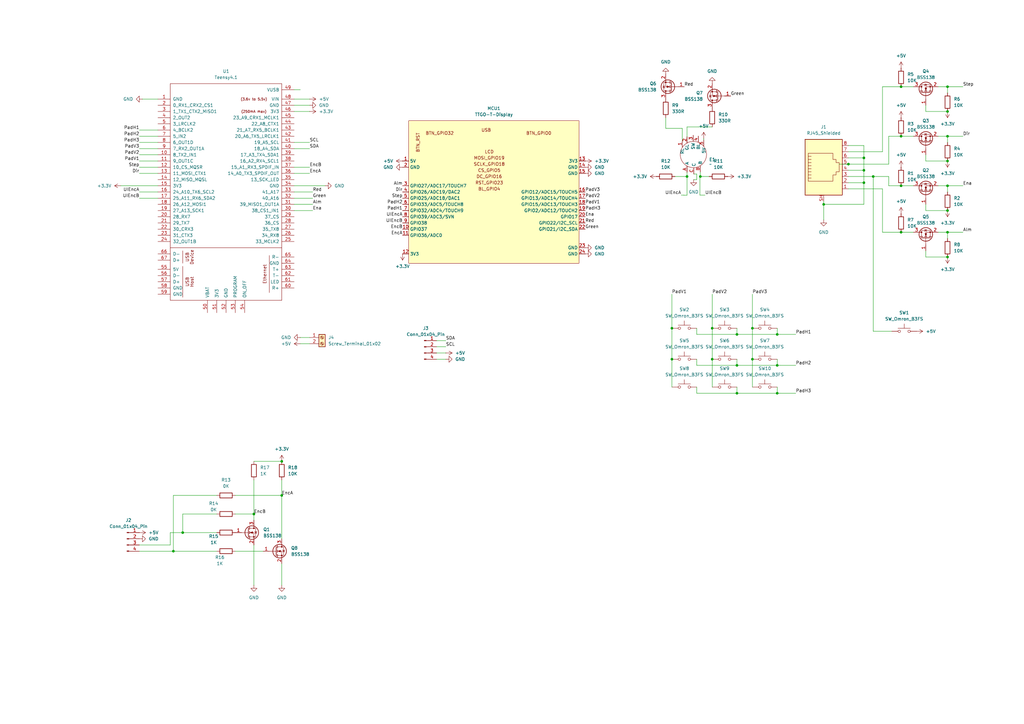
<source format=kicad_sch>
(kicad_sch (version 20231120) (generator "eeschema") (generator_version "8.0")
  (paper "A3")
  (lib_symbols
    (symbol "Connector:Conn_01x04_Pin" (pin_names (offset 1.016) hide)
      (property "Reference" "J" (at 0 5.08 0))
      (property "Value" "Conn_01x04_Pin" (at 0 -7.62 0))
      (symbol "Conn_01x04_Pin_1_1"
        (pin passive line (at 5.08 2.54 180) (length 3.81) (name "Pin_1") (number "1"))
        (pin passive line (at 5.08 0 180) (length 3.81) (name "Pin_2") (number "2"))
        (pin passive line (at 5.08 -2.54 180) (length 3.81) (name "Pin_3") (number "3"))
        (pin passive line (at 5.08 -5.08 180) (length 3.81) (name "Pin_4") (number "4"))
      )
    )
    (symbol "Connector:RJ45_Shielded" (pin_names (offset 1.016))
      (property "Reference" "J" (at -5.08 13.97 0))
      (property "Value" "RJ45_Shielded" (at 2.54 13.97 0))
      (symbol "RJ45_Shielded_1_1"
        (pin passive line (at 10.16 -7.62 180) (length 2.54) (name "~") (number "1"))
        (pin passive line (at 10.16 -5.08 180) (length 2.54) (name "~") (number "2"))
        (pin passive line (at 10.16 -2.54 180) (length 2.54) (name "~") (number "3"))
        (pin passive line (at 10.16 0 180) (length 2.54) (name "~") (number "4"))
        (pin passive line (at 10.16 2.54 180) (length 2.54) (name "~") (number "5"))
        (pin passive line (at 10.16 5.08 180) (length 2.54) (name "~") (number "6"))
        (pin passive line (at 10.16 7.62 180) (length 2.54) (name "~") (number "7"))
        (pin passive line (at 10.16 10.16 180) (length 2.54) (name "~") (number "8"))
        (pin passive line (at 0 -12.7 90) (length 2.54) (name "~") (number "SH"))
      )
    )
    (symbol "Connector:Screw_Terminal_01x02" (pin_names (offset 1.016) hide)
      (property "Reference" "J" (at 0 2.54 0))
      (property "Value" "Screw_Terminal_01x02" (at 0 -5.08 0))
      (symbol "Screw_Terminal_01x02_1_1"
        (pin passive line (at -5.08 0 0) (length 3.81) (name "Pin_1") (number "1"))
        (pin passive line (at -5.08 -2.54 0) (length 3.81) (name "Pin_2") (number "2"))
      )
    )
    (symbol "Device:R" (pin_numbers hide) (pin_names (offset 0))
      (property "Reference" "R" (at 2.032 0 90))
      (property "Value" "R" (at 0 0 90))
      (symbol "R_1_1"
        (pin passive line (at 0 3.81 270) (length 1.27) (name "~") (number "1"))
        (pin passive line (at 0 -3.81 90) (length 1.27) (name "~") (number "2"))
      )
    )
    (symbol "RotaryEncoder:LED-EC12"
      (property "Reference" "E" (at 5.7594 -3.9264 0))
      (symbol "LED-EC12_1_1"
        (pin passive line (at -4.6276 5.7676 270) (length 2.54) (name "RL") (number "1"))
        (pin passive line (at -2.7026 7.3776 270) (length 2.54) (name "GL") (number "2"))
        (pin passive line (at -0.1826 8.0427 270) (length 2.54) (name "SW") (number "3"))
        (pin passive line (at 1.9523 7.6927 270) (length 2.54) (name "BL") (number "4"))
        (pin power_in line (at 4.1923 6.0826 270) (length 2.54) (name "5V") (number "5"))
        (pin passive line (at -2.7004 -7.1672 90) (length 2.54) (name "A") (number "A"))
        (pin passive line (at 2.7595 -7.0272 90) (length 2.54) (name "B") (number "B"))
        (pin passive line (at 0.0996 -7.8672 90) (length 2.54) (name "C") (number "C"))
      )
    )
    (symbol "Switch:SW_Omron_B3FS" (pin_numbers hide) (pin_names (offset 1.016) hide)
      (property "Reference" "SW" (at 1.27 2.54 0))
      (property "Value" "SW_Omron_B3FS" (at 0 -1.524 0))
      (symbol "SW_Omron_B3FS_0_1"
        (pin passive line (at -5.08 0 0) (length 2.54) (name "1") (number "1"))
        (pin passive line (at 5.08 0 180) (length 2.54) (name "2") (number "2"))
      )
    )
    (symbol "TTGO_T_Display:TTGO-T-Display"
      (property "Reference" "MCU" (at 0 0 0))
      (property "Value" "TTGO-T-Display" (at 0 2.54 0))
      (symbol "TTGO-T-Display_0_0"
        (text "BL_GPIO4" (at 1.27 -30.48 0) (effects (font (size 1.27 1.27))))
        (text "BTN_GPIO0" (at 21.59 -7.62 0) (effects (font (size 1.27 1.27))))
        (text "BTN_GPIO32" (at -19.05 -7.62 0) (effects (font (size 1.27 1.27))))
        (text "BTN_RST" (at -27.94 -11.43 900) (effects (font (size 1.27 1.27))))
        (text "CS_GPIO5" (at 1.27 -22.86 0) (effects (font (size 1.27 1.27))))
        (text "DC_GPIO16" (at 1.27 -25.4 0) (effects (font (size 1.27 1.27))))
        (text "LCD" (at 1.27 -15.24 0) (effects (font (size 1.27 1.27))))
        (text "MOSI_GPIO19" (at 1.27 -17.78 0) (effects (font (size 1.27 1.27))))
        (text "RST_GPIO23" (at 1.27 -27.94 0) (effects (font (size 1.27 1.27))))
        (text "SCLK_GPIO18" (at 1.27 -20.32 0) (effects (font (size 1.27 1.27))))
        (text "USB" (at 0 -6.35 0) (effects (font (size 1.27 1.27))))
      )
      (symbol "TTGO-T-Display_1_1"
        (pin power_in line (at -34.29 -19.05 0) (length 2.54) (name "5V") (number "1"))
        (pin bidirectional line (at -34.29 -46.99 0) (length 2.54) (name "GPIO37") (number "10"))
        (pin bidirectional line (at -34.29 -49.53 0) (length 2.54) (name "GPIO36/ADC0") (number "11"))
        (pin power_in line (at -34.29 -57.15 0) (length 2.54) (name "3V3") (number "12"))
        (pin power_in line (at 40.64 -19.05 180) (length 2.54) (name "3V3") (number "13"))
        (pin power_in line (at 40.64 -21.59 180) (length 2.54) (name "GND") (number "14"))
        (pin power_in line (at 40.64 -24.13 180) (length 2.54) (name "GND") (number "15"))
        (pin bidirectional line (at 40.64 -31.75 180) (length 2.54) (name "GPIO12/ADC15/TOUCH5") (number "16"))
        (pin bidirectional line (at 40.64 -34.29 180) (length 2.54) (name "GPIO13/ADC14/TOUCH4") (number "17"))
        (pin bidirectional line (at 40.64 -36.83 180) (length 2.54) (name "GPIO15/ADC13/TOUCH3") (number "18"))
        (pin bidirectional line (at 40.64 -39.37 180) (length 2.54) (name "GPIO2/ADC12/TOUCH2") (number "19"))
        (pin power_in line (at -34.29 -21.59 0) (length 2.54) (name "GND") (number "2"))
        (pin bidirectional line (at 40.64 -41.91 180) (length 2.54) (name "GPIO17") (number "20"))
        (pin bidirectional line (at 40.64 -44.45 180) (length 2.54) (name "GPIO22/I2C_SCL") (number "21"))
        (pin bidirectional line (at 40.64 -46.99 180) (length 2.54) (name "GPIO21/I2C_SDA") (number "22"))
        (pin power_in line (at 40.64 -54.61 180) (length 2.54) (name "GND") (number "23"))
        (pin power_in line (at 40.64 -57.15 180) (length 2.54) (name "GND") (number "24"))
        (pin bidirectional line (at -34.29 -29.21 0) (length 2.54) (name "GPIO27/ADC17/TOUCH7") (number "3"))
        (pin bidirectional line (at -34.29 -31.75 0) (length 2.54) (name "GPIO26/ADC19/DAC2") (number "4"))
        (pin bidirectional line (at -34.29 -34.29 0) (length 2.54) (name "GPIO25/ADC18/DAC1") (number "5"))
        (pin bidirectional line (at -34.29 -36.83 0) (length 2.54) (name "GPIO33/ADC5/TOUCH8") (number "6"))
        (pin bidirectional line (at -34.29 -39.37 0) (length 2.54) (name "GPIO32/ADC4/TOUCH9") (number "7"))
        (pin bidirectional line (at -34.29 -41.91 0) (length 2.54) (name "GPIO39/ADC3/SVN") (number "8"))
        (pin bidirectional line (at -34.29 -44.45 0) (length 2.54) (name "GPIO38") (number "9"))
      )
    )
    (symbol "Transistor_FET:BSS138" (pin_names hide)
      (property "Reference" "Q" (at 5.08 1.905 0))
      (property "Value" "BSS138" (at 5.08 0 0))
      (symbol "BSS138_1_1"
        (pin input line (at -5.08 0 0) (length 2.54) (name "G") (number "1"))
        (pin passive line (at 2.54 -5.08 90) (length 2.54) (name "S") (number "2"))
        (pin passive line (at 2.54 5.08 270) (length 2.54) (name "D") (number "3"))
      )
    )
    (symbol "power:+3.3V" (power) (pin_numbers hide) (pin_names (offset 0) hide)
      (property "Value" "+3.3V" (at 0 3.556 0))
      (symbol "+3.3V_1_1"
        (pin power_in line (at 0 0 90) (length 0) (name "~") (number "1"))
      )
    )
    (symbol "power:+5V" (power) (pin_numbers hide) (pin_names (offset 0) hide)
      (property "Value" "+5V" (at 0 3.556 0))
      (symbol "+5V_1_1"
        (pin power_in line (at 0 0 90) (length 0) (name "~") (number "1"))
      )
    )
    (symbol "power:GND" (power) (pin_numbers hide) (pin_names (offset 0) hide)
      (property "Value" "GND" (at 0 -3.81 0))
      (symbol "GND_1_1"
        (pin power_in line (at 0 0 270) (length 0) (name "~") (number "1"))
      )
    )
    (symbol "teensy:Teensy4.1" (pin_names (offset 1.016))
      (property "Reference" "U" (at 0 64.77 0))
      (property "Value" "Teensy4.1" (at 0 62.23 0))
      (symbol "Teensy4.1_0_0"
        (text "(250mA max)" (at 11.43 49.53 0) (effects (font (size 1.016 1.016))))
        (text "(3.6v to 5.5v)" (at 11.43 54.61 0) (effects (font (size 1.016 1.016))))
        (text "Device" (at -13.97 -10.16 900) (effects (font (size 1.27 1.27))))
        (text "Ethernet" (at 15.875 -17.145 900) (effects (font (size 1.27 1.27))))
        (text "Host" (at -13.97 -20.32 900) (effects (font (size 1.27 1.27))))
        (text "USB" (at -15.875 -20.32 900) (effects (font (size 1.27 1.27))))
        (text "USB" (at -15.875 -10.16 900) (effects (font (size 1.27 1.27))))
        (pin bidirectional line (at -27.94 31.75 0) (length 5.08) (name "8_TX2_IN1") (number "10"))
        (pin bidirectional line (at -27.94 29.21 0) (length 5.08) (name "9_OUT1C") (number "11"))
        (pin bidirectional line (at -27.94 26.67 0) (length 5.08) (name "10_CS_MQSR") (number "12"))
        (pin bidirectional line (at -27.94 24.13 0) (length 5.08) (name "11_MOSI_CTX1") (number "13"))
        (pin bidirectional line (at -27.94 21.59 0) (length 5.08) (name "12_MISO_MQSL") (number "14"))
        (pin power_in line (at -27.94 19.05 0) (length 5.08) (name "3V3") (number "15"))
        (pin bidirectional line (at -27.94 16.51 0) (length 5.08) (name "24_A10_TX6_SCL2") (number "16"))
        (pin bidirectional line (at -27.94 13.97 0) (length 5.08) (name "25_A11_RX6_SDA2") (number "17"))
        (pin bidirectional line (at -27.94 11.43 0) (length 5.08) (name "26_A12_MOSI1") (number "18"))
        (pin bidirectional line (at -27.94 8.89 0) (length 5.08) (name "27_A13_SCK1") (number "19"))
        (pin bidirectional line (at -27.94 6.35 0) (length 5.08) (name "28_RX7") (number "20"))
        (pin bidirectional line (at -27.94 3.81 0) (length 5.08) (name "29_TX7") (number "21"))
        (pin bidirectional line (at -27.94 1.27 0) (length 5.08) (name "30_CRX3") (number "22"))
        (pin bidirectional line (at -27.94 -1.27 0) (length 5.08) (name "31_CTX3") (number "23"))
        (pin bidirectional line (at -27.94 -3.81 0) (length 5.08) (name "32_OUT1B") (number "24"))
        (pin bidirectional line (at 27.94 -3.81 180) (length 5.08) (name "33_MCLK2") (number "25"))
        (pin bidirectional line (at 27.94 -1.27 180) (length 5.08) (name "34_RX8") (number "26"))
        (pin bidirectional line (at 27.94 1.27 180) (length 5.08) (name "35_TX8") (number "27"))
        (pin bidirectional line (at 27.94 3.81 180) (length 5.08) (name "36_CS") (number "28"))
        (pin bidirectional line (at 27.94 6.35 180) (length 5.08) (name "37_CS") (number "29"))
        (pin bidirectional line (at 27.94 8.89 180) (length 5.08) (name "38_CS1_IN1") (number "30"))
        (pin bidirectional line (at 27.94 11.43 180) (length 5.08) (name "39_MISO1_OUT1A") (number "31"))
        (pin bidirectional line (at 27.94 13.97 180) (length 5.08) (name "40_A16") (number "32"))
        (pin bidirectional line (at 27.94 16.51 180) (length 5.08) (name "41_A17") (number "33"))
        (pin bidirectional line (at 27.94 21.59 180) (length 5.08) (name "13_SCK_LED") (number "35"))
        (pin bidirectional line (at 27.94 24.13 180) (length 5.08) (name "14_A0_TX3_SPDIF_OUT") (number "36"))
        (pin bidirectional line (at 27.94 26.67 180) (length 5.08) (name "15_A1_RX3_SPDIF_IN") (number "37"))
        (pin bidirectional line (at 27.94 29.21 180) (length 5.08) (name "16_A2_RX4_SCL1") (number "38"))
        (pin bidirectional line (at 27.94 31.75 180) (length 5.08) (name "17_A3_TX4_SDA1") (number "39"))
        (pin bidirectional line (at 27.94 34.29 180) (length 5.08) (name "18_A4_SDA") (number "40"))
        (pin bidirectional line (at 27.94 36.83 180) (length 5.08) (name "19_A5_SCL") (number "41"))
        (pin bidirectional line (at 27.94 39.37 180) (length 5.08) (name "20_A6_TX5_LRCLK1") (number "42"))
        (pin bidirectional line (at 27.94 41.91 180) (length 5.08) (name "21_A7_RX5_BCLK1") (number "43"))
        (pin bidirectional line (at 27.94 44.45 180) (length 5.08) (name "22_A8_CTX1") (number "44"))
        (pin bidirectional line (at 27.94 46.99 180) (length 5.08) (name "23_A9_CRX1_MCLK1") (number "45"))
        (pin output line (at 27.94 49.53 180) (length 5.08) (name "3V3") (number "46"))
        (pin output line (at 27.94 52.07 180) (length 5.08) (name "GND") (number "47"))
        (pin power_in line (at 27.94 54.61 180) (length 5.08) (name "VIN") (number "48"))
        (pin power_out line (at 27.94 58.42 180) (length 5.08) (name "VUSB") (number "49"))
        (pin bidirectional line (at -27.94 44.45 0) (length 5.08) (name "3_LRCLK2") (number "5"))
        (pin power_in line (at -7.62 -33.02 90) (length 5.08) (name "VBAT") (number "50"))
        (pin power_in line (at -3.81 -33.02 90) (length 5.08) (name "3V3") (number "51"))
        (pin input line (at 0 -33.02 90) (length 5.08) (name "GND") (number "52"))
        (pin input line (at 3.81 -33.02 90) (length 5.08) (name "PROGRAM") (number "53"))
        (pin input line (at 7.62 -33.02 90) (length 5.08) (name "ON_OFF") (number "54"))
        (pin power_out line (at -27.94 -15.24 0) (length 5.08) (name "5V") (number "55"))
        (pin bidirectional line (at -27.94 -17.78 0) (length 5.08) (name "D-") (number "56"))
        (pin bidirectional line (at -27.94 -20.32 0) (length 5.08) (name "D+") (number "57"))
        (pin power_in line (at -27.94 -22.86 0) (length 5.08) (name "GND") (number "58"))
        (pin power_in line (at -27.94 -25.4 0) (length 5.08) (name "GND") (number "59"))
        (pin bidirectional line (at -27.94 41.91 0) (length 5.08) (name "4_BCLK2") (number "6"))
        (pin bidirectional line (at 27.94 -22.86 180) (length 5.08) (name "R+") (number "60"))
        (pin bidirectional line (at 27.94 -20.32 180) (length 5.08) (name "LED") (number "61"))
        (pin bidirectional line (at 27.94 -17.78 180) (length 5.08) (name "T-") (number "62"))
        (pin bidirectional line (at 27.94 -15.24 180) (length 5.08) (name "T+") (number "63"))
        (pin power_in line (at 27.94 -12.7 180) (length 5.08) (name "GND") (number "64"))
        (pin bidirectional line (at 27.94 -10.16 180) (length 5.08) (name "R-") (number "65"))
        (pin bidirectional line (at -27.94 -8.89 0) (length 5.08) (name "D-") (number "66"))
        (pin bidirectional line (at -27.94 -11.43 0) (length 5.08) (name "D+") (number "67"))
        (pin bidirectional line (at -27.94 39.37 0) (length 5.08) (name "5_IN2") (number "7"))
        (pin bidirectional line (at -27.94 36.83 0) (length 5.08) (name "6_OUT1D") (number "8"))
        (pin bidirectional line (at -27.94 34.29 0) (length 5.08) (name "7_RX2_OUT1A") (number "9"))
      )
      (symbol "Teensy4.1_1_1"
        (pin power_in line (at -27.94 54.61 0) (length 5.08) (name "GND") (number "1"))
        (pin bidirectional line (at -27.94 52.07 0) (length 5.08) (name "0_RX1_CRX2_CS1") (number "2"))
        (pin bidirectional line (at -27.94 49.53 0) (length 5.08) (name "1_TX1_CTX2_MISO1") (number "3"))
        (pin power_in line (at 27.94 19.05 180) (length 5.08) (name "GND") (number "34"))
        (pin bidirectional line (at -27.94 46.99 0) (length 5.08) (name "2_OUT2") (number "4"))
      )
    )
  )
  (junction (at 337.82 83.82))
  (junction (at 115.57 203.2))
  (junction (at 281.7796 72.39))
  (junction (at 292.1 134.62))
  (junction (at 275.59 134.62))
  (junction (at 308.61 134.62))
  (junction (at 354.33 74.93))
  (junction (at 302.26 161.29))
  (junction (at 275.59 147.32))
  (junction (at 318.77 161.29))
  (junction (at 369.57 76.2))
  (junction (at 388.62 66.04))
  (junction (at 347.98 67.31))
  (junction (at 115.57 189.23))
  (junction (at 302.26 137.16))
  (junction (at 308.61 147.32))
  (junction (at 287.2395 72.39))
  (junction (at 354.33 69.85))
  (junction (at 71.12 226.06))
  (junction (at 388.62 55.88))
  (junction (at 388.62 95.25))
  (junction (at 369.57 35.56))
  (junction (at 318.77 137.16))
  (junction (at 358.14 72.39))
  (junction (at 318.77 149.86))
  (junction (at 292.1 147.32))
  (junction (at 74.93 218.44))
  (junction (at 369.57 55.88))
  (junction (at 388.62 76.2))
  (junction (at 104.14 210.82))
  (junction (at 388.62 35.56))
  (junction (at 302.26 149.86))
  (junction (at 388.62 86.36))
  (junction (at 354.33 64.77))
  (junction (at 388.62 45.72))
  (junction (at 388.62 105.41))
  (junction (at 369.57 95.25))
  (wire (pts (xy 128.27 83.82) (xy 120.65 83.82)))
  (wire (pts (xy 74.93 218.44) (xy 88.9 218.44)))
  (wire (pts (xy 302.26 137.16) (xy 318.77 137.16)))
  (wire (pts (xy 49.53 76.2) (xy 64.77 76.2)))
  (wire (pts (xy 279.8524 57.7324) (xy 279.8524 52.6628)))
  (wire (pts (xy 369.57 95.25) (xy 374.65 95.25)))
  (wire (pts (xy 354.33 83.82) (xy 337.82 83.82)))
  (wire (pts (xy 284.48 73.66) (xy 285.75 73.66)))
  (wire (pts (xy 369.57 35.56) (xy 374.65 35.56)))
  (wire (pts (xy 182.88 139.7) (xy 179.07 139.7)))
  (wire (pts (xy 318.77 149.86) (xy 326.39 149.86)))
  (wire (pts (xy 384.81 95.25) (xy 388.62 95.25)))
  (wire (pts (xy 275.59 134.62) (xy 275.59 147.32)))
  (wire (pts (xy 285.75 134.62) (xy 285.75 137.16)))
  (wire (pts (xy 318.77 137.16) (xy 326.39 137.16)))
  (wire (pts (xy 318.77 147.32) (xy 318.77 149.86)))
  (wire (pts (xy 127 45.72) (xy 120.65 45.72)))
  (wire (pts (xy 123.19 36.83) (xy 120.65 36.83)))
  (wire (pts (xy 57.15 60.96) (xy 64.77 60.96)))
  (wire (pts (xy 280.5096 80.0382) (xy 280.5096 80.01)))
  (wire (pts (xy 337.82 83.82) (xy 337.82 90.17)))
  (wire (pts (xy 182.88 147.32) (xy 179.07 147.32)))
  (wire (pts (xy 287.2395 70.5272) (xy 287.2395 72.39)))
  (wire (pts (xy 57.15 81.28) (xy 64.77 81.28)))
  (wire (pts (xy 127 60.96) (xy 120.65 60.96)))
  (wire (pts (xy 281.7774 52.07) (xy 281.7774 56.1224)))
  (wire (pts (xy 115.57 203.2) (xy 115.57 220.98)))
  (wire (pts (xy 57.15 71.12) (xy 64.77 71.12)))
  (wire (pts (xy 347.98 77.47) (xy 361.95 77.47)))
  (wire (pts (xy 281.7774 52.07) (xy 292.1 52.07)))
  (wire (pts (xy 364.49 67.31) (xy 364.49 55.88)))
  (wire (pts (xy 69.85 218.44) (xy 74.93 218.44)))
  (wire (pts (xy 388.62 55.88) (xy 394.97 55.88)))
  (wire (pts (xy 288.6108 57.4174) (xy 288.6723 57.4174)))
  (wire (pts (xy 123.19 138.43) (xy 127 138.43)))
  (wire (pts (xy 285.75 73.66) (xy 285.75 71.3672)))
  (wire (pts (xy 379.73 83.82) (xy 379.73 86.36)))
  (wire (pts (xy 354.33 69.85) (xy 354.33 74.93)))
  (wire (pts (xy 127 71.12) (xy 120.65 71.12)))
  (wire (pts (xy 115.57 231.14) (xy 115.57 240.03)))
  (wire (pts (xy 285.75 158.75) (xy 285.75 161.29)))
  (wire (pts (xy 288.6108 56.7881) (xy 288.6108 57.4174)))
  (wire (pts (xy 281.7796 80.0382) (xy 280.5096 80.0382)))
  (wire (pts (xy 285.75 149.86) (xy 302.26 149.86)))
  (wire (pts (xy 358.14 135.89) (xy 365.76 135.89)))
  (wire (pts (xy 388.62 78.74) (xy 388.62 76.2)))
  (wire (pts (xy 285.75 161.29) (xy 302.26 161.29)))
  (wire (pts (xy 57.15 78.74) (xy 64.77 78.74)))
  (wire (pts (xy 285.75 71.3672) (xy 284.5796 71.3672)))
  (wire (pts (xy 361.95 35.56) (xy 369.57 35.56)))
  (wire (pts (xy 74.93 210.82) (xy 88.9 210.82)))
  (wire (pts (xy 364.49 55.88) (xy 369.57 55.88)))
  (wire (pts (xy 347.98 59.69) (xy 354.33 59.69)))
  (wire (pts (xy 58.42 40.64) (xy 64.77 40.64)))
  (wire (pts (xy 115.57 196.85) (xy 115.57 203.2)))
  (wire (pts (xy 96.52 203.2) (xy 115.57 203.2)))
  (wire (pts (xy 281.7796 70.6672) (xy 281.7796 72.39)))
  (wire (pts (xy 358.14 72.39) (xy 364.49 72.39)))
  (wire (pts (xy 361.95 77.47) (xy 361.95 95.25)))
  (wire (pts (xy 302.26 134.62) (xy 302.26 137.16)))
  (wire (pts (xy 57.15 223.52) (xy 69.85 223.52)))
  (wire (pts (xy 318.77 161.29) (xy 326.39 161.29)))
  (wire (pts (xy 308.61 158.75) (xy 308.61 147.32)))
  (wire (pts (xy 127 40.64) (xy 120.65 40.64)))
  (wire (pts (xy 302.26 149.86) (xy 318.77 149.86)))
  (wire (pts (xy 384.81 55.88) (xy 388.62 55.88)))
  (wire (pts (xy 275.59 120.65) (xy 275.59 134.62)))
  (wire (pts (xy 379.73 63.5) (xy 379.73 66.04)))
  (wire (pts (xy 287.2395 72.39) (xy 290.83 72.39)))
  (wire (pts (xy 318.77 134.62) (xy 318.77 137.16)))
  (wire (pts (xy 292.1 147.32) (xy 292.1 158.75)))
  (wire (pts (xy 302.26 147.32) (xy 302.26 149.86)))
  (wire (pts (xy 337.82 83.82) (xy 337.82 82.55)))
  (wire (pts (xy 388.62 97.79) (xy 388.62 95.25)))
  (wire (pts (xy 379.73 45.72) (xy 388.62 45.72)))
  (wire (pts (xy 57.15 68.58) (xy 64.77 68.58)))
  (wire (pts (xy 308.61 147.32) (xy 308.61 134.62)))
  (wire (pts (xy 347.98 74.93) (xy 354.33 74.93)))
  (wire (pts (xy 57.15 226.06) (xy 71.12 226.06)))
  (wire (pts (xy 281.7796 72.39) (xy 281.7796 80.0382)))
  (wire (pts (xy 379.73 105.41) (xy 388.62 105.41)))
  (wire (pts (xy 57.15 66.04) (xy 64.77 66.04)))
  (wire (pts (xy 364.49 72.39) (xy 364.49 76.2)))
  (wire (pts (xy 384.81 76.2) (xy 388.62 76.2)))
  (wire (pts (xy 57.15 58.42) (xy 64.77 58.42)))
  (wire (pts (xy 347.98 64.77) (xy 354.33 64.77)))
  (wire (pts (xy 280.5096 80.01) (xy 279.4 80.01)))
  (wire (pts (xy 379.73 66.04) (xy 388.62 66.04)))
  (wire (pts (xy 388.62 58.42) (xy 388.62 55.88)))
  (wire (pts (xy 354.33 64.77) (xy 354.33 69.85)))
  (wire (pts (xy 104.14 196.85) (xy 104.14 210.82)))
  (wire (pts (xy 127 68.58) (xy 120.65 68.58)))
  (wire (pts (xy 388.62 38.1) (xy 388.62 35.56)))
  (wire (pts (xy 96.52 226.06) (xy 107.95 226.06)))
  (wire (pts (xy 96.52 210.82) (xy 104.14 210.82)))
  (wire (pts (xy 354.33 59.69) (xy 354.33 64.77)))
  (wire (pts (xy 285.75 137.16) (xy 302.26 137.16)))
  (wire (pts (xy 369.57 76.2) (xy 374.65 76.2)))
  (wire (pts (xy 182.88 142.24) (xy 179.07 142.24)))
  (wire (pts (xy 128.27 78.74) (xy 120.65 78.74)))
  (wire (pts (xy 302.26 158.75) (xy 302.26 161.29)))
  (wire (pts (xy 287.0791 72.39) (xy 287.0791 80.01)))
  (wire (pts (xy 276.86 72.39) (xy 281.7796 72.39)))
  (wire (pts (xy 379.73 86.36) (xy 388.62 86.36)))
  (wire (pts (xy 104.14 223.52) (xy 104.14 240.03)))
  (wire (pts (xy 318.77 158.75) (xy 318.77 161.29)))
  (wire (pts (xy 379.73 43.18) (xy 379.73 45.72)))
  (wire (pts (xy 369.57 55.88) (xy 374.65 55.88)))
  (wire (pts (xy 361.95 35.56) (xy 361.95 62.23)))
  (wire (pts (xy 302.26 161.29) (xy 318.77 161.29)))
  (wire (pts (xy 57.15 53.34) (xy 64.77 53.34)))
  (wire (pts (xy 379.73 102.87) (xy 379.73 105.41)))
  (wire (pts (xy 133.35 76.2) (xy 120.65 76.2)))
  (wire (pts (xy 275.59 147.32) (xy 275.59 158.75)))
  (wire (pts (xy 344.17 67.31) (xy 347.98 67.31)))
  (wire (pts (xy 104.14 210.82) (xy 104.14 213.36)))
  (wire (pts (xy 273.05 52.6628) (xy 273.05 48.26)))
  (wire (pts (xy 71.12 226.06) (xy 71.12 203.2)))
  (wire (pts (xy 361.95 95.25) (xy 369.57 95.25)))
  (wire (pts (xy 104.14 189.23) (xy 115.57 189.23)))
  (wire (pts (xy 127 58.42) (xy 120.65 58.42)))
  (wire (pts (xy 128.27 86.36) (xy 120.65 86.36)))
  (wire (pts (xy 127 43.18) (xy 120.65 43.18)))
  (wire (pts (xy 182.88 144.78) (xy 179.07 144.78)))
  (wire (pts (xy 347.98 67.31) (xy 364.49 67.31)))
  (wire (pts (xy 384.81 35.56) (xy 388.62 35.56)))
  (wire (pts (xy 308.61 134.62) (xy 308.61 120.65)))
  (wire (pts (xy 74.93 218.44) (xy 74.93 210.82)))
  (wire (pts (xy 347.98 69.85) (xy 354.33 69.85)))
  (wire (pts (xy 388.62 76.2) (xy 394.97 76.2)))
  (wire (pts (xy 347.98 62.23) (xy 361.95 62.23)))
  (wire (pts (xy 354.33 74.93) (xy 354.33 83.82)))
  (wire (pts (xy 285.75 147.32) (xy 285.75 149.86)))
  (wire (pts (xy 292.1 120.65) (xy 292.1 134.62)))
  (wire (pts (xy 358.14 72.39) (xy 358.14 135.89)))
  (wire (pts (xy 388.62 35.56) (xy 394.97 35.56)))
  (wire (pts (xy 57.15 63.5) (xy 64.77 63.5)))
  (wire (pts (xy 128.27 81.28) (xy 120.65 81.28)))
  (wire (pts (xy 71.12 203.2) (xy 88.9 203.2)))
  (wire (pts (xy 57.15 55.88) (xy 64.77 55.88)))
  (wire (pts (xy 289.1801 80.01) (xy 287.0791 80.01)))
  (wire (pts (xy 292.1 134.62) (xy 292.1 147.32)))
  (wire (pts (xy 388.62 95.25) (xy 394.97 95.25)))
  (wire (pts (xy 71.12 226.06) (xy 88.9 226.06)))
  (wire (pts (xy 287.0791 72.39) (xy 287.2395 72.39)))
  (wire (pts (xy 123.19 140.97) (xy 127 140.97)))
  (wire (pts (xy 69.85 223.52) (xy 69.85 218.44)))
  (wire (pts (xy 364.49 76.2) (xy 369.57 76.2)))
  (wire (pts (xy 347.98 72.39) (xy 358.14 72.39)))
  (wire (pts (xy 279.8524 52.6628) (xy 273.05 52.6628)))
  (label "Alm" (at 394.97 95.25 0))
  (label "PadH2" (at 326.39 149.86 0))
  (label "Alm" (at 128.27 83.82 0))
  (label "UIEncA" (at 279.4 80.01 180))
  (label "SCL" (at 127 58.42 0))
  (label "EncA" (at 165.1 96.52 180))
  (label "Green" (at 299.72 39.37 0))
  (label "Green" (at 240.03 93.98 0))
  (label "Ena" (at 128.27 86.36 0))
  (label "PadV1" (at 275.59 120.65 0))
  (label "Dir" (at 165.1 78.74 180))
  (label "UIEncB" (at 289.1801 80.01 0))
  (label "EncB" (at 127 68.58 0))
  (label "Green" (at 128.27 81.28 0))
  (label "PadV3" (at 240.03 78.74 0))
  (label "Ena" (at 394.97 76.2 0))
  (label "UIEncB" (at 57.15 81.28 180))
  (label "Step" (at 165.1 81.28 180))
  (label "EncA" (at 127 71.12 0))
  (label "PadV2" (at 240.03 81.28 0))
  (label "PadH1" (at 165.1 86.36 180))
  (label "Alm" (at 165.1 76.2 180))
  (label "EncB" (at 104.14 210.82 0))
  (label "Ena" (at 240.03 88.9 0))
  (label "PadH1" (at 326.39 137.16 0))
  (label "PadV1" (at 57.15 66.04 180))
  (label "PadV3" (at 57.15 60.96 180))
  (label "Dir" (at 394.97 55.88 0))
  (label "PadH3" (at 326.39 161.29 0))
  (label "Dir" (at 57.15 71.12 180))
  (label "UIEncB" (at 165.1 91.44 180))
  (label "SCL" (at 182.88 142.24 0))
  (label "Red" (at 128.27 78.74 0))
  (label "SDA" (at 127 60.96 0))
  (label "PadV3" (at 308.61 120.65 0))
  (label "UIEncA" (at 165.1 88.9 180))
  (label "PadH2" (at 165.1 83.82 180))
  (label "SDA" (at 182.88 139.7 0))
  (label "PadV2" (at 57.15 63.5 180))
  (label "Step" (at 57.15 68.58 180))
  (label "PadH2" (at 57.15 55.88 180))
  (label "PadH3" (at 240.03 86.36 0))
  (label "PadV2" (at 292.1 120.65 0))
  (label "PadH3" (at 57.15 58.42 180))
  (label "EncB" (at 165.1 93.98 180))
  (label "PadH1" (at 57.15 53.34 180))
  (label "Step" (at 394.97 35.56 0))
  (label "EncA" (at 115.57 203.2 0))
  (label "PadV1" (at 240.03 83.82 0))
  (label "UIEncA" (at 57.15 78.74 180))
  (label "Red" (at 240.03 91.44 0))
  (label "Red" (at 280.67 35.56 0))
  (symbol (lib_id "Device:R") (at 388.62 82.55 0) (unit 1)
    (property "Reference" "R2" (at 391.16 81.2799 0) (effects (justify left)))
    (property "Value" "10K" (at 391.16 83.8199 0) (effects (justify left)))
    (property "Footprint" "Resistor_SMD:R_0805_2012Metric" (effects (hide yes)))
    (property "Description" "Resistor" (effects (hide yes)))
  )
  (symbol (lib_id "power:+3.3V") (at 269.24 72.39 90) (unit 1)
    (property "Reference" "#PWR014" (effects (hide yes)))
    (property "Value" "+3.3V" (at 265.43 72.3899 90) (effects (justify left)))
    (property "Description" "Power symbol creates a global label with name \"+3.3V\"" (effects (hide yes)))
  )
  (symbol (lib_id "power:+5V") (at 165.1 66.04 90) (unit 1)
    (property "Reference" "#PWR025" (effects (hide yes)))
    (property "Value" "+5V" (at 161.29 66.0399 90) (effects (justify left)))
    (property "Description" "Power symbol creates a global label with name \"+5V\"" (effects (hide yes)))
  )
  (symbol (lib_id "power:+3.3V") (at 388.62 66.04 180) (unit 1)
    (property "Reference" "#PWR08" (effects (hide yes)))
    (property "Value" "+3.3V" (at 388.62 71.12 0))
    (property "Description" "Power symbol creates a global label with name \"+3.3V\"" (effects (hide yes)))
  )
  (symbol (lib_id "Connector:RJ45_Shielded") (at 337.82 69.85 0) (unit 1)
    (property "Reference" "J1" (at 337.82 52.07 0))
    (property "Value" "RJ45_Shielded" (at 337.82 54.61 0))
    (property "Footprint" "Connector_RJ:RJ45_RCH_RC01937" (effects (hide yes)))
    (property "Description" "RJ connector, 8P8C (8 positions 8 connected), Shielded" (effects (hide yes)))
  )
  (symbol (lib_id "power:+3.3V") (at 127 45.72 270) (unit 1)
    (property "Reference" "#PWR037" (effects (hide yes)))
    (property "Value" "+3.3V" (at 130.81 45.7199 90) (effects (justify left)))
    (property "Description" "Power symbol creates a global label with name \"+3.3V\"" (effects (hide yes)))
  )
  (symbol (lib_id "Transistor_FET:BSS138") (at 275.59 35.56 180) (unit 1)
    (property "Reference" "Q6" (at 269.24 34.2899 0) (effects (justify left)))
    (property "Value" "BSS138" (at 269.24 36.8299 0) (effects (justify left)))
    (property "Footprint" "Package_TO_SOT_SMD:SOT-23" (effects (hide yes)))
    (property "Datasheet" "https://www.onsemi.com/pub/Collateral/BSS138-D.PDF" (effects (hide yes)))
    (property "Description" "50V Vds, 0.22A Id, N-Channel MOSFET, SOT-23" (effects (hide yes)))
  )
  (symbol (lib_id "power:+3.3V") (at 240.03 66.04 270) (unit 1)
    (property "Reference" "#PWR032" (effects (hide yes)))
    (property "Value" "+3.3V" (at 243.84 66.0399 90) (effects (justify left)))
    (property "Description" "Power symbol creates a global label with name \"+3.3V\"" (effects (hide yes)))
  )
  (symbol (lib_id "power:+5V") (at 369.57 27.94 0) (unit 1)
    (property "Reference" "#PWR09" (effects (hide yes)))
    (property "Value" "+5V" (at 369.57 22.86 0))
    (property "Description" "Power symbol creates a global label with name \"+5V\"" (effects (hide yes)))
  )
  (symbol (lib_id "Transistor_FET:BSS138") (at 113.03 226.06 0) (unit 1)
    (property "Reference" "Q8" (at 119.38 224.7899 0) (effects (justify left)))
    (property "Value" "BSS138" (at 119.38 227.3299 0) (effects (justify left)))
    (property "Footprint" "Package_TO_SOT_SMD:SOT-23" (effects (hide yes)))
    (property "Datasheet" "https://www.onsemi.com/pub/Collateral/BSS138-D.PDF" (effects (hide yes)))
    (property "Description" "50V Vds, 0.22A Id, N-Channel MOSFET, SOT-23" (effects (hide yes)))
  )
  (symbol (lib_id "power:GND") (at 115.57 240.03 0) (unit 1)
    (property "Reference" "#PWR015" (effects (hide yes)))
    (property "Value" "GND" (at 115.57 245.11 0))
    (property "Description" "Power symbol creates a global label with name \"GND\" , ground" (effects (hide yes)))
  )
  (symbol (lib_id "Device:R") (at 92.71 226.06 90) (unit 1)
    (property "Reference" "R16" (at 90.17 228.6 90))
    (property "Value" "1K" (at 90.17 231.14 90))
    (property "Footprint" "Resistor_SMD:R_0805_2012Metric" (effects (hide yes)))
    (property "Description" "Resistor" (effects (hide yes)))
  )
  (symbol (lib_id "Switch:SW_Omron_B3FS") (at 313.69 134.62 0) (unit 1)
    (property "Reference" "SW4" (at 313.69 127 0))
    (property "Value" "SW_Omron_B3FS" (at 313.69 129.54 0))
    (property "Footprint" "Button_Switch_THT:SW_TH_Tactile_Omron_B3F-10xx" (effects (hide yes)))
    (property "Datasheet" "https://omronfs.omron.com/en_US/ecb/products/pdf/en-b3fs.pdf" (effects (hide yes)))
    (property "Description" "Omron B3FS 6x6mm single pole normally-open tactile switch" (effects (hide yes)))
  )
  (symbol (lib_id "power:GND") (at 127 43.18 90) (unit 1)
    (property "Reference" "#PWR034" (effects (hide yes)))
    (property "Value" "GND" (at 130.81 43.1799 90) (effects (justify right)))
    (property "Description" "Power symbol creates a global label with name \"GND\" , ground" (effects (hide yes)))
  )
  (symbol (lib_id "power:+5V") (at 127 40.64 270) (unit 1)
    (property "Reference" "#PWR033" (effects (hide yes)))
    (property "Value" "+5V" (at 130.81 40.6399 90) (effects (justify left)))
    (property "Description" "Power symbol creates a global label with name \"+5V\"" (effects (hide yes)))
  )
  (symbol (lib_id "Device:R") (at 369.57 31.75 0) (unit 1)
    (property "Reference" "R5" (at 372.11 30.4799 0) (effects (justify left)))
    (property "Value" "10K" (at 372.11 33.0199 0) (effects (justify left)))
    (property "Footprint" "Resistor_SMD:R_0805_2012Metric" (effects (hide yes)))
    (property "Description" "Resistor" (effects (hide yes)))
  )
  (symbol (lib_id "Switch:SW_Omron_B3FS") (at 297.18 134.62 0) (unit 1)
    (property "Reference" "SW3" (at 297.18 127 0))
    (property "Value" "SW_Omron_B3FS" (at 297.18 129.54 0))
    (property "Footprint" "Button_Switch_THT:SW_TH_Tactile_Omron_B3F-10xx" (effects (hide yes)))
    (property "Datasheet" "https://omronfs.omron.com/en_US/ecb/products/pdf/en-b3fs.pdf" (effects (hide yes)))
    (property "Description" "Omron B3FS 6x6mm single pole normally-open tactile switch" (effects (hide yes)))
  )
  (symbol (lib_id "power:GND") (at 240.03 101.6 90) (unit 1)
    (property "Reference" "#PWR027" (effects (hide yes)))
    (property "Value" "GND" (at 243.84 101.5999 90) (effects (justify right)))
    (property "Description" "Power symbol creates a global label with name \"GND\" , ground" (effects (hide yes)))
  )
  (symbol (lib_id "power:+5V") (at 369.57 68.58 0) (unit 1)
    (property "Reference" "#PWR05" (effects (hide yes)))
    (property "Value" "+5V" (at 369.57 63.5 0))
    (property "Description" "Power symbol creates a global label with name \"+5V\"" (effects (hide yes)))
  )
  (symbol (lib_id "power:+5V") (at 182.88 144.78 270) (unit 1)
    (property "Reference" "#PWR020" (effects (hide yes)))
    (property "Value" "+5V" (at 186.69 144.7799 90) (effects (justify left)))
    (property "Description" "Power symbol creates a global label with name \"+5V\"" (effects (hide yes)))
  )
  (symbol (lib_id "Device:R") (at 92.71 210.82 90) (unit 1)
    (property "Reference" "R14" (at 87.63 206.502 90))
    (property "Value" "0K" (at 87.63 209.042 90))
    (property "Footprint" "Resistor_SMD:R_0805_2012Metric" (effects (hide yes)))
    (property "Description" "Resistor" (effects (hide yes)))
  )
  (symbol (lib_id "power:+3.3V") (at 165.1 104.14 180) (unit 1)
    (property "Reference" "#PWR031" (effects (hide yes)))
    (property "Value" "+3.3V" (at 165.1 109.22 0))
    (property "Description" "Power symbol creates a global label with name \"+3.3V\"" (effects (hide yes)))
  )
  (symbol (lib_id "power:+5V") (at 288.6108 56.7881 0) (unit 1)
    (property "Reference" "#PWR02" (effects (hide yes)))
    (property "Value" "+5V" (at 288.6108 51.7081 0))
    (property "Description" "Power symbol creates a global label with name \"+5V\"" (effects (hide yes)))
  )
  (symbol (lib_id "power:+3.3V") (at 388.62 45.72 180) (unit 1)
    (property "Reference" "#PWR010" (effects (hide yes)))
    (property "Value" "+3.3V" (at 388.62 50.8 0))
    (property "Description" "Power symbol creates a global label with name \"+3.3V\"" (effects (hide yes)))
  )
  (symbol (lib_id "power:GND") (at 165.1 68.58 270) (unit 1)
    (property "Reference" "#PWR026" (effects (hide yes)))
    (property "Value" "GND" (at 161.29 68.5799 90) (effects (justify right)))
    (property "Description" "Power symbol creates a global label with name \"GND\" , ground" (effects (hide yes)))
  )
  (symbol (lib_id "Transistor_FET:BSS138") (at 101.6 218.44 0) (unit 1)
    (property "Reference" "Q1" (at 107.95 217.1699 0) (effects (justify left)))
    (property "Value" "BSS138" (at 107.95 219.7099 0) (effects (justify left)))
    (property "Footprint" "Package_TO_SOT_SMD:SOT-23" (effects (hide yes)))
    (property "Datasheet" "https://www.onsemi.com/pub/Collateral/BSS138-D.PDF" (effects (hide yes)))
    (property "Description" "50V Vds, 0.22A Id, N-Channel MOSFET, SOT-23" (effects (hide yes)))
  )
  (symbol (lib_id "Device:R") (at 92.71 203.2 90) (unit 1)
    (property "Reference" "R13" (at 92.71 196.85 90))
    (property "Value" "0K" (at 92.71 199.39 90))
    (property "Footprint" "Resistor_SMD:R_0805_2012Metric" (effects (hide yes)))
    (property "Description" "Resistor" (effects (hide yes)))
  )
  (symbol (lib_id "Connector:Conn_01x04_Pin") (at 173.99 142.24 0) (unit 1)
    (property "Reference" "J3" (at 174.625 134.62 0))
    (property "Value" "Conn_01x04_Pin" (at 174.625 137.16 0))
    (property "Footprint" "Connector_PinHeader_2.54mm:PinHeader_1x04_P2.54mm_Vertical" (effects (hide yes)))
    (property "Description" "Generic connector, single row, 01x04, script generated" (effects (hide yes)))
  )
  (symbol (lib_id "power:+3.3V") (at 388.62 105.41 180) (unit 1)
    (property "Reference" "#PWR04" (effects (hide yes)))
    (property "Value" "+3.3V" (at 388.62 110.49 0))
    (property "Description" "Power symbol creates a global label with name \"+3.3V\"" (effects (hide yes)))
  )
  (symbol (lib_id "teensy:Teensy4.1") (at 92.71 95.25 0) (unit 1)
    (property "Reference" "U1" (at 92.71 29.21 0))
    (property "Value" "Teensy4.1" (at 92.71 31.75 0))
    (property "Footprint" "teensy:Teensy41" (effects (hide yes)))
  )
  (symbol (lib_id "power:GND") (at 292.1 34.29 180) (unit 1)
    (property "Reference" "#PWR012" (effects (hide yes)))
    (property "Value" "GND" (at 292.1 29.21 0))
    (property "Description" "Power symbol creates a global label with name \"GND\" , ground" (effects (hide yes)))
  )
  (symbol (lib_id "Transistor_FET:BSS138") (at 379.73 58.42 90) (unit 1)
    (property "Reference" "Q3" (at 379.73 49.53 90))
    (property "Value" "BSS138" (at 379.73 52.07 90))
    (property "Footprint" "Package_TO_SOT_SMD:SOT-23" (effects (hide yes)))
    (property "Datasheet" "https://www.onsemi.com/pub/Collateral/BSS138-D.PDF" (effects (hide yes)))
    (property "Description" "50V Vds, 0.22A Id, N-Channel MOSFET, SOT-23" (effects (hide yes)))
  )
  (symbol (lib_id "Connector:Screw_Terminal_01x02") (at 132.08 138.43 0) (unit 1)
    (property "Reference" "J4" (at 134.62 138.4299 0) (effects (justify left)))
    (property "Value" "Screw_Terminal_01x02" (at 134.62 140.9699 0) (effects (justify left)))
    (property "Footprint" "TerminalBlock_CUI:TerminalBlock_CUI_TB007-508-02_1x02_P5.08mm_Horizontal" (effects (hide yes)))
    (property "Description" "Generic screw terminal, single row, 01x02, script generated (kicad-library-utils/schlib/autogen/connector/)" (effects (hide yes)))
  )
  (symbol (lib_id "power:+3.3V") (at 115.57 189.23 0) (unit 1)
    (property "Reference" "#PWR019" (effects (hide yes)))
    (property "Value" "+3.3V" (at 115.57 184.15 0))
    (property "Description" "Power symbol creates a global label with name \"+3.3V\"" (effects (hide yes)))
  )
  (symbol (lib_id "Switch:SW_Omron_B3FS") (at 280.67 158.75 0) (unit 1)
    (property "Reference" "SW8" (at 280.67 151.13 0))
    (property "Value" "SW_Omron_B3FS" (at 280.67 153.67 0))
    (property "Footprint" "Button_Switch_THT:SW_TH_Tactile_Omron_B3F-10xx" (effects (hide yes)))
    (property "Datasheet" "https://omronfs.omron.com/en_US/ecb/products/pdf/en-b3fs.pdf" (effects (hide yes)))
    (property "Description" "Omron B3FS 6x6mm single pole normally-open tactile switch" (effects (hide yes)))
  )
  (symbol (lib_id "power:+5V") (at 57.15 218.44 270) (unit 1)
    (property "Reference" "#PWR018" (effects (hide yes)))
    (property "Value" "+5V" (at 60.96 218.4399 90) (effects (justify left)))
    (property "Description" "Power symbol creates a global label with name \"+5V\"" (effects (hide yes)))
  )
  (symbol (lib_id "Device:R") (at 369.57 52.07 0) (unit 1)
    (property "Reference" "R3" (at 372.11 50.7999 0) (effects (justify left)))
    (property "Value" "10K" (at 372.11 53.3399 0) (effects (justify left)))
    (property "Footprint" "Resistor_SMD:R_0805_2012Metric" (effects (hide yes)))
    (property "Description" "Resistor" (effects (hide yes)))
  )
  (symbol (lib_id "power:+3.3V") (at 298.45 72.39 270) (unit 1)
    (property "Reference" "#PWR013" (effects (hide yes)))
    (property "Value" "+3.3V" (at 302.26 72.3899 90) (effects (justify left)))
    (property "Description" "Power symbol creates a global label with name \"+3.3V\"" (effects (hide yes)))
  )
  (symbol (lib_id "Device:R") (at 388.62 41.91 0) (unit 1)
    (property "Reference" "R6" (at 391.16 40.6399 0) (effects (justify left)))
    (property "Value" "10K" (at 391.16 43.1799 0) (effects (justify left)))
    (property "Footprint" "Resistor_SMD:R_0805_2012Metric" (effects (hide yes)))
    (property "Description" "Resistor" (effects (hide yes)))
  )
  (symbol (lib_id "power:+3.3V") (at 388.62 86.36 180) (unit 1)
    (property "Reference" "#PWR06" (effects (hide yes)))
    (property "Value" "+3.3V" (at 388.62 91.44 0))
    (property "Description" "Power symbol creates a global label with name \"+3.3V\"" (effects (hide yes)))
  )
  (symbol (lib_id "Device:R") (at 292.1 48.26 0) (unit 1)
    (property "Reference" "R10" (at 294.64 46.9899 0) (effects (justify left)))
    (property "Value" "330R" (at 294.64 49.5299 0) (effects (justify left)))
    (property "Footprint" "Resistor_SMD:R_0805_2012Metric" (effects (hide yes)))
    (property "Description" "Resistor" (effects (hide yes)))
  )
  (symbol (lib_id "power:GND") (at 182.88 147.32 90) (unit 1)
    (property "Reference" "#PWR021" (effects (hide yes)))
    (property "Value" "GND" (at 186.69 147.3199 90) (effects (justify right)))
    (property "Description" "Power symbol creates a global label with name \"GND\" , ground" (effects (hide yes)))
  )
  (symbol (lib_id "power:GND") (at 58.42 40.64 270) (unit 1)
    (property "Reference" "#PWR035" (effects (hide yes)))
    (property "Value" "GND" (at 54.61 40.6399 90) (effects (justify right)))
    (property "Description" "Power symbol creates a global label with name \"GND\" , ground" (effects (hide yes)))
  )
  (symbol (lib_id "power:GND") (at 284.48 73.66 0) (unit 1)
    (property "Reference" "#PWR039" (effects (hide yes)))
    (property "Value" "GND" (at 284.48 78.74 0))
    (property "Description" "Power symbol creates a global label with name \"GND\" , ground" (effects (hide yes)))
  )
  (symbol (lib_id "power:GND") (at 240.03 68.58 90) (unit 1)
    (property "Reference" "#PWR029" (effects (hide yes)))
    (property "Value" "GND" (at 243.84 68.5799 90) (effects (justify right)))
    (property "Description" "Power symbol creates a global label with name \"GND\" , ground" (effects (hide yes)))
  )
  (symbol (lib_id "power:GND") (at 240.03 71.12 90) (unit 1)
    (property "Reference" "#PWR030" (effects (hide yes)))
    (property "Value" "GND" (at 243.84 71.1199 90) (effects (justify right)))
    (property "Description" "Power symbol creates a global label with name \"GND\" , ground" (effects (hide yes)))
  )
  (symbol (lib_id "Transistor_FET:BSS138") (at 294.64 39.37 180) (unit 1)
    (property "Reference" "Q7" (at 288.29 38.0999 0) (effects (justify left)))
    (property "Value" "BSS138" (at 288.29 40.6399 0) (effects (justify left)))
    (property "Footprint" "Package_TO_SOT_SMD:SOT-23" (effects (hide yes)))
    (property "Datasheet" "https://www.onsemi.com/pub/Collateral/BSS138-D.PDF" (effects (hide yes)))
    (property "Description" "50V Vds, 0.22A Id, N-Channel MOSFET, SOT-23" (effects (hide yes)))
  )
  (symbol (lib_id "Device:R") (at 273.05 44.45 0) (unit 1)
    (property "Reference" "R9" (at 275.59 43.1799 0) (effects (justify left)))
    (property "Value" "330R" (at 275.59 45.7199 0) (effects (justify left)))
    (property "Footprint" "Resistor_SMD:R_0805_2012Metric" (effects (hide yes)))
    (property "Description" "Resistor" (effects (hide yes)))
  )
  (symbol (lib_id "Switch:SW_Omron_B3FS") (at 313.69 158.75 0) (unit 1)
    (property "Reference" "SW10" (at 313.69 151.13 0))
    (property "Value" "SW_Omron_B3FS" (at 313.69 153.67 0))
    (property "Footprint" "Button_Switch_THT:SW_TH_Tactile_Omron_B3F-10xx" (effects (hide yes)))
    (property "Datasheet" "https://omronfs.omron.com/en_US/ecb/products/pdf/en-b3fs.pdf" (effects (hide yes)))
    (property "Description" "Omron B3FS 6x6mm single pole normally-open tactile switch" (effects (hide yes)))
  )
  (symbol (lib_id "power:+5V") (at 375.92 135.89 270) (unit 1)
    (property "Reference" "#PWR024" (effects (hide yes)))
    (property "Value" "+5V" (at 379.73 135.8899 90) (effects (justify left)))
    (property "Description" "Power symbol creates a global label with name \"+5V\"" (effects (hide yes)))
  )
  (symbol (lib_id "Transistor_FET:BSS138") (at 379.73 38.1 90) (unit 1)
    (property "Reference" "Q4" (at 379.73 29.21 90))
    (property "Value" "BSS138" (at 379.73 31.75 90))
    (property "Footprint" "Package_TO_SOT_SMD:SOT-23" (effects (hide yes)))
    (property "Datasheet" "https://www.onsemi.com/pub/Collateral/BSS138-D.PDF" (effects (hide yes)))
    (property "Description" "50V Vds, 0.22A Id, N-Channel MOSFET, SOT-23" (effects (hide yes)))
  )
  (symbol (lib_id "Switch:SW_Omron_B3FS") (at 297.18 158.75 0) (unit 1)
    (property "Reference" "SW9" (at 297.18 151.13 0))
    (property "Value" "SW_Omron_B3FS" (at 297.18 153.67 0))
    (property "Footprint" "Button_Switch_THT:SW_TH_Tactile_Omron_B3F-10xx" (effects (hide yes)))
    (property "Datasheet" "https://omronfs.omron.com/en_US/ecb/products/pdf/en-b3fs.pdf" (effects (hide yes)))
    (property "Description" "Omron B3FS 6x6mm single pole normally-open tactile switch" (effects (hide yes)))
  )
  (symbol (lib_id "power:GND") (at 337.82 90.17 0) (unit 1)
    (property "Reference" "#PWR01" (effects (hide yes)))
    (property "Value" "GND" (at 337.82 95.25 0))
    (property "Description" "Power symbol creates a global label with name \"GND\" , ground" (effects (hide yes)))
  )
  (symbol (lib_id "power:GND") (at 133.35 76.2 90) (unit 1)
    (property "Reference" "#PWR036" (effects (hide yes)))
    (property "Value" "GND" (at 137.16 76.1999 90) (effects (justify right)))
    (property "Description" "Power symbol creates a global label with name \"GND\" , ground" (effects (hide yes)))
  )
  (symbol (lib_id "Device:R") (at 115.57 193.04 180) (unit 1)
    (property "Reference" "R18" (at 118.11 191.7699 0) (effects (justify right)))
    (property "Value" "10K" (at 118.11 194.3099 0) (effects (justify right)))
    (property "Footprint" "Resistor_SMD:R_0805_2012Metric" (effects (hide yes)))
    (property "Description" "Resistor" (effects (hide yes)))
  )
  (symbol (lib_id "power:GND") (at 57.15 220.98 90) (unit 1)
    (property "Reference" "#PWR017" (effects (hide yes)))
    (property "Value" "GND" (at 60.96 220.9799 90) (effects (justify right)))
    (property "Description" "Power symbol creates a global label with name \"GND\" , ground" (effects (hide yes)))
  )
  (symbol (lib_id "TTGO_T_Display:TTGO-T-Display") (at 199.39 46.99 0) (unit 1)
    (property "Reference" "MCU1" (at 202.565 44.45 0))
    (property "Value" "TTGO-T-Display" (at 202.565 46.99 0))
    (property "Footprint" "TTGO_T_Display:TTGO-T-Display" (effects (hide yes)))
  )
  (symbol (lib_id "power:+5V") (at 123.19 140.97 90) (unit 1)
    (property "Reference" "#PWR022" (effects (hide yes)))
    (property "Value" "+5V" (at 119.38 140.9701 90) (effects (justify left)))
    (property "Description" "Power symbol creates a global label with name \"+5V\"" (effects (hide yes)))
  )
  (symbol (lib_id "Device:R") (at 294.64 72.39 90) (unit 1)
    (property "Reference" "R11" (at 294.64 66.04 90))
    (property "Value" "10K" (at 294.64 68.58 90))
    (property "Footprint" "Resistor_SMD:R_0805_2012Metric" (effects (hide yes)))
    (property "Description" "Resistor" (effects (hide yes)))
  )
  (symbol (lib_id "Connector:Conn_01x04_Pin") (at 52.07 220.98 0) (unit 1)
    (property "Reference" "J2" (at 52.705 213.36 0))
    (property "Value" "Conn_01x04_Pin" (at 52.705 215.9 0))
    (property "Footprint" "Connector_JST:JST_XH_B4B-XH-A_1x04_P2.50mm_Vertical" (effects (hide yes)))
    (property "Description" "Generic connector, single row, 01x04, script generated" (effects (hide yes)))
  )
  (symbol (lib_id "Device:R") (at 273.05 72.39 90) (unit 1)
    (property "Reference" "R12" (at 273.05 66.04 90))
    (property "Value" "10K" (at 273.05 68.58 90))
    (property "Footprint" "Resistor_SMD:R_0805_2012Metric" (effects (hide yes)))
    (property "Description" "Resistor" (effects (hide yes)))
  )
  (symbol (lib_id "Switch:SW_Omron_B3FS") (at 370.84 135.89 0) (unit 1)
    (property "Reference" "SW1" (at 370.84 128.27 0))
    (property "Value" "SW_Omron_B3FS" (at 370.84 130.81 0))
    (property "Footprint" "Button_Switch_THT:SW_TH_Tactile_Omron_B3F-10xx" (effects (hide yes)))
    (property "Datasheet" "https://omronfs.omron.com/en_US/ecb/products/pdf/en-b3fs.pdf" (effects (hide yes)))
    (property "Description" "Omron B3FS 6x6mm single pole normally-open tactile switch" (effects (hide yes)))
  )
  (symbol (lib_id "power:GND") (at 104.14 240.03 0) (unit 1)
    (property "Reference" "#PWR016" (effects (hide yes)))
    (property "Value" "GND" (at 104.14 245.11 0))
    (property "Description" "Power symbol creates a global label with name \"GND\" , ground" (effects (hide yes)))
  )
  (symbol (lib_id "Device:R") (at 388.62 101.6 0) (unit 1)
    (property "Reference" "R8" (at 391.16 100.3299 0) (effects (justify left)))
    (property "Value" "10K" (at 391.16 102.8699 0) (effects (justify left)))
    (property "Footprint" "Resistor_SMD:R_0805_2012Metric" (effects (hide yes)))
    (property "Description" "Resistor" (effects (hide yes)))
  )
  (symbol (lib_id "Device:R") (at 104.14 193.04 180) (unit 1)
    (property "Reference" "R17" (at 106.68 191.7699 0) (effects (justify right)))
    (property "Value" "1K" (at 106.68 194.3099 0) (effects (justify right)))
    (property "Footprint" "Resistor_SMD:R_0805_2012Metric" (effects (hide yes)))
    (property "Description" "Resistor" (effects (hide yes)))
  )
  (symbol (lib_id "power:GND") (at 240.03 104.14 90) (unit 1)
    (property "Reference" "#PWR028" (effects (hide yes)))
    (property "Value" "GND" (at 243.84 104.1399 90) (effects (justify right)))
    (property "Description" "Power symbol creates a global label with name \"GND\" , ground" (effects (hide yes)))
  )
  (symbol (lib_id "Transistor_FET:BSS138") (at 379.73 78.74 90) (unit 1)
    (property "Reference" "Q2" (at 379.73 69.85 90))
    (property "Value" "BSS138" (at 379.73 72.39 90))
    (property "Footprint" "Package_TO_SOT_SMD:SOT-23" (effects (hide yes)))
    (property "Datasheet" "https://www.onsemi.com/pub/Collateral/BSS138-D.PDF" (effects (hide yes)))
    (property "Description" "50V Vds, 0.22A Id, N-Channel MOSFET, SOT-23" (effects (hide yes)))
  )
  (symbol (lib_id "Transistor_FET:BSS138") (at 379.73 97.79 90) (unit 1)
    (property "Reference" "Q5" (at 379.73 88.9 90))
    (property "Value" "BSS138" (at 379.73 91.44 90))
    (property "Footprint" "Package_TO_SOT_SMD:SOT-23" (effects (hide yes)))
    (property "Datasheet" "https://www.onsemi.com/pub/Collateral/BSS138-D.PDF" (effects (hide yes)))
    (property "Description" "50V Vds, 0.22A Id, N-Channel MOSFET, SOT-23" (effects (hide yes)))
  )
  (symbol (lib_id "Device:R") (at 369.57 72.39 0) (unit 1)
    (property "Reference" "R1" (at 372.11 71.1199 0) (effects (justify left)))
    (property "Value" "10K" (at 372.11 73.6599 0) (effects (justify left)))
    (property "Footprint" "Resistor_SMD:R_0805_2012Metric" (effects (hide yes)))
    (property "Description" "Resistor" (effects (hide yes)))
  )
  (symbol (lib_id "Device:R") (at 388.62 62.23 0) (unit 1)
    (property "Reference" "R4" (at 391.16 60.9599 0) (effects (justify left)))
    (property "Value" "10K" (at 391.16 63.4999 0) (effects (justify left)))
    (property "Footprint" "Resistor_SMD:R_0805_2012Metric" (effects (hide yes)))
    (property "Description" "Resistor" (effects (hide yes)))
  )
  (symbol (lib_id "RotaryEncoder:LED-EC12") (at 284.48 63.5 0) (unit 1)
    (property "Reference" "E1" (at 290.83 65.4432 0) (effects (justify left)))
    (property "Value" "~" (at 290.83 67.3483 0) (effects (justify left)))
    (property "Footprint" "Rotary:Sparkfun" (effects (hide yes)))
  )
  (symbol (lib_id "Switch:SW_Omron_B3FS") (at 280.67 134.62 0) (unit 1)
    (property "Reference" "SW2" (at 280.67 127 0))
    (property "Value" "SW_Omron_B3FS" (at 280.67 129.54 0))
    (property "Footprint" "Button_Switch_THT:SW_TH_Tactile_Omron_B3F-10xx" (effects (hide yes)))
    (property "Datasheet" "https://omronfs.omron.com/en_US/ecb/products/pdf/en-b3fs.pdf" (effects (hide yes)))
    (property "Description" "Omron B3FS 6x6mm single pole normally-open tactile switch" (effects (hide yes)))
  )
  (symbol (lib_id "power:+5V") (at 369.57 48.26 0) (unit 1)
    (property "Reference" "#PWR07" (effects (hide yes)))
    (property "Value" "+5V" (at 369.57 43.18 0))
    (property "Description" "Power symbol creates a global label with name \"+5V\"" (effects (hide yes)))
  )
  (symbol (lib_id "power:GND") (at 123.19 138.43 270) (unit 1)
    (property "Reference" "#PWR023" (effects (hide yes)))
    (property "Value" "GND" (at 119.38 138.4301 90) (effects (justify right)))
    (property "Description" "Power symbol creates a global label with name \"GND\" , ground" (effects (hide yes)))
  )
  (symbol (lib_id "Switch:SW_Omron_B3FS") (at 297.18 147.32 0) (unit 1)
    (property "Reference" "SW6" (at 297.18 139.7 0))
    (property "Value" "SW_Omron_B3FS" (at 297.18 142.24 0))
    (property "Footprint" "Button_Switch_THT:SW_TH_Tactile_Omron_B3F-10xx" (effects (hide yes)))
    (property "Datasheet" "https://omronfs.omron.com/en_US/ecb/products/pdf/en-b3fs.pdf" (effects (hide yes)))
    (property "Description" "Omron B3FS 6x6mm single pole normally-open tactile switch" (effects (hide yes)))
  )
  (symbol (lib_id "Switch:SW_Omron_B3FS") (at 280.67 147.32 0) (unit 1)
    (property "Reference" "SW5" (at 280.67 139.7 0))
    (property "Value" "SW_Omron_B3FS" (at 280.67 142.24 0))
    (property "Footprint" "Button_Switch_THT:SW_TH_Tactile_Omron_B3F-10xx" (effects (hide yes)))
    (property "Datasheet" "https://omronfs.omron.com/en_US/ecb/products/pdf/en-b3fs.pdf" (effects (hide yes)))
    (property "Description" "Omron B3FS 6x6mm single pole normally-open tactile switch" (effects (hide yes)))
  )
  (symbol (lib_id "power:+3.3V") (at 49.53 76.2 90) (unit 1)
    (property "Reference" "#PWR038" (effects (hide yes)))
    (property "Value" "+3.3V" (at 45.72 76.1999 90) (effects (justify left)))
    (property "Description" "Power symbol creates a global label with name \"+3.3V\"" (effects (hide yes)))
  )
  (symbol (lib_id "Switch:SW_Omron_B3FS") (at 313.69 147.32 0) (unit 1)
    (property "Reference" "SW7" (at 313.69 139.7 0))
    (property "Value" "SW_Omron_B3FS" (at 313.69 142.24 0))
    (property "Footprint" "Button_Switch_THT:SW_TH_Tactile_Omron_B3F-10xx" (effects (hide yes)))
    (property "Datasheet" "https://omronfs.omron.com/en_US/ecb/products/pdf/en-b3fs.pdf" (effects (hide yes)))
    (property "Description" "Omron B3FS 6x6mm single pole normally-open tactile switch" (effects (hide yes)))
  )
  (symbol (lib_id "power:GND") (at 273.05 30.48 180) (unit 1)
    (property "Reference" "#PWR011" (effects (hide yes)))
    (property "Value" "GND" (at 273.05 25.4 0))
    (property "Description" "Power symbol creates a global label with name \"GND\" , ground" (effects (hide yes)))
  )
  (symbol (lib_id "Device:R") (at 92.71 218.44 90) (unit 1)
    (property "Reference" "R15" (at 87.63 219.964 90))
    (property "Value" "1K" (at 87.63 222.504 90))
    (property "Footprint" "Resistor_SMD:R_0805_2012Metric" (effects (hide yes)))
    (property "Description" "Resistor" (effects (hide yes)))
  )
  (symbol (lib_id "power:+5V") (at 369.57 87.63 0) (unit 1)
    (property "Reference" "#PWR03" (effects (hide yes)))
    (property "Value" "+5V" (at 369.57 82.55 0))
    (property "Description" "Power symbol creates a global label with name \"+5V\"" (effects (hide yes)))
  )
  (symbol (lib_id "Device:R") (at 369.57 91.44 0) (unit 1)
    (property "Reference" "R7" (at 372.11 90.1699 0) (effects (justify left)))
    (property "Value" "10K" (at 372.11 92.7099 0) (effects (justify left)))
    (property "Footprint" "Resistor_SMD:R_0805_2012Metric" (effects (hide yes)))
    (property "Description" "Resistor" (effects (hide yes)))
  )
)
</source>
